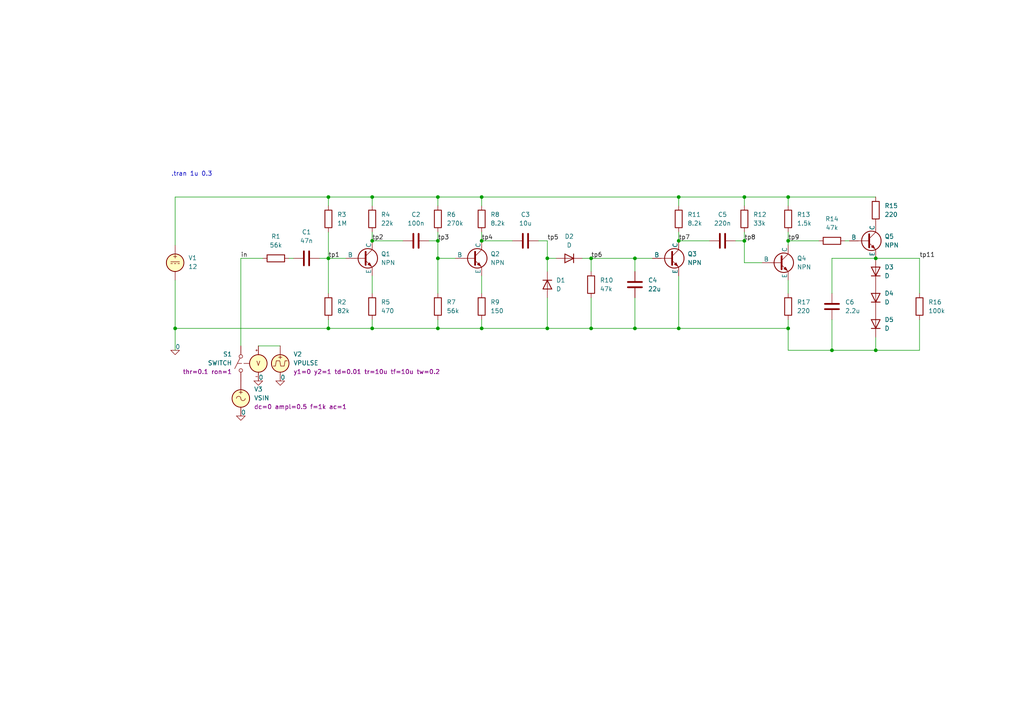
<source format=kicad_sch>
(kicad_sch (version 20250114) (generator "eeschema") (generator_version "9.0")
  (paper "A4")
  (lib_symbols
    (symbol "Device:C" (pin_numbers (hide yes)) (pin_names (offset 0.254))
      (property "Reference" "C" (at 0.635 2.54 0))
      (property "Value" "C" (at 0.635 -2.54 0))
      (symbol "C_0_1"
        (polyline (pts (xy -2.032 0.762) (xy 2.032 0.762)) (stroke (width 0.508)))
        (polyline (pts (xy -2.032 -0.762) (xy 2.032 -0.762)) (stroke (width 0.508)))
      )
      (symbol "C_1_1"
        (pin passive line (at 0 3.81 270) (length 2.794) (name "~") (number "1"))
        (pin passive line (at 0 -3.81 90) (length 2.794) (name "~") (number "2"))
      )
    )
    (symbol "Device:D" (pin_numbers (hide yes)) (pin_names (offset 1.016) (hide yes))
      (property "Reference" "D" (at 0 2.54 0))
      (property "Value" "D" (at 0 -2.54 0))
      (symbol "D_0_1"
        (polyline (pts (xy -1.27 1.27) (xy -1.27 -1.27)) (stroke (width 0.254)))
        (polyline (pts (xy 1.27 1.27) (xy 1.27 -1.27) (xy -1.27 0) (xy 1.27 1.27)) (stroke (width 0.254)))
        (polyline (pts (xy 1.27 0) (xy -1.27 0)))
      )
      (symbol "D_1_1"
        (pin passive line (at -3.81 0 0) (length 2.54) (name "K") (number "1"))
        (pin passive line (at 3.81 0 180) (length 2.54) (name "A") (number "2"))
      )
    )
    (symbol "Device:R" (pin_numbers (hide yes)) (pin_names (offset 0))
      (property "Reference" "R" (at 2.032 0 90))
      (property "Value" "R" (at 0 0 90))
      (symbol "R_0_1"
        (rectangle (start -1.016 -2.54) (end 1.016 2.54) (stroke (width 0.254)))
      )
      (symbol "R_1_1"
        (pin passive line (at 0 3.81 270) (length 1.27) (name "~") (number "1"))
        (pin passive line (at 0 -3.81 90) (length 1.27) (name "~") (number "2"))
      )
    )
    (symbol "Simulation_SPICE:0" (power) (pin_names (offset 0))
      (property "Value" "0" (at 0 -1.778 0))
      (symbol "0_0_1"
        (polyline (pts (xy -1.27 0) (xy 0 -1.27) (xy 1.27 0) (xy -1.27 0)))
      )
      (symbol "0_1_1"
        (pin power_in line (at 0 0 0) (length 0) (hide yes) (name "0") (number "1"))
      )
    )
    (symbol "Simulation_SPICE:NPN" (pin_numbers (hide yes)) (pin_names (offset 0))
      (property "Reference" "Q" (at -2.54 7.62 0))
      (property "Value" "NPN" (at -2.54 5.08 0))
      (symbol "NPN_0_1"
        (polyline (pts (xy -2.54 0) (xy 0.635 0)) (stroke (width 0.1524)))
        (polyline (pts (xy 0.635 1.905) (xy 0.635 -1.905) (xy 0.635 -1.905)) (stroke (width 0.508)))
        (polyline (pts (xy 0.635 0.635) (xy 2.54 2.54)))
        (polyline (pts (xy 0.635 -0.635) (xy 2.54 -2.54) (xy 2.54 -2.54)))
        (circle (center 1.27 0) (radius 2.8194) (stroke (width 0.254)))
        (polyline (pts (xy 1.27 -1.778) (xy 1.778 -1.27) (xy 2.286 -2.286) (xy 1.27 -1.778) (xy 1.27 -1.778)) (fill (type outline)))
        (polyline (pts (xy 2.794 -1.27) (xy 2.794 -1.27)) (stroke (width 0.1524)))
        (polyline (pts (xy 2.794 -1.27) (xy 2.794 -1.27)) (stroke (width 0.1524)))
      )
      (symbol "NPN_1_1"
        (pin input line (at -5.08 0 0) (length 2.54) (name "B") (number "2"))
        (pin open_collector line (at 2.54 5.08 270) (length 2.54) (name "C") (number "1"))
        (pin open_emitter line (at 2.54 -5.08 90) (length 2.54) (name "E") (number "3"))
      )
    )
    (symbol "Simulation_SPICE:SWITCH" (pin_numbers (hide yes)) (pin_names (offset 1.016) (hide yes))
      (property "Reference" "S" (at 2.54 2.54 0))
      (property "Value" "SWITCH" (at 2.54 0 0))
      (property "Sim.Params" "thr=0 ron=1" (at 2.54 -2.54 0))
      (symbol "SWITCH_0_1"
        (circle (center 0 2.032) (radius 0.508))
        (circle (center 0 -2.032) (radius 0.508))
        (polyline (pts (xy 0.254 1.524) (xy 1.778 -1.524)))
      )
      (symbol "SWITCH_1_1"
        (circle (center -5.08 0) (radius 2.54) (stroke (width 0.254)) (fill (type background)))
        (polyline (pts (xy -4.826 3.81) (xy -4.318 3.81)))
        (polyline (pts (xy -4.826 -3.81) (xy -4.318 -3.81)))
        (polyline (pts (xy -4.572 4.064) (xy -4.572 3.556)))
        (polyline (pts (xy -2.54 0) (xy 0.889 0)) (stroke (width 0) (type dash)))
        (text "V" (at -5.08 0 0) (effects (font (size 1.27 1.27))))
        (pin input line (at -5.08 5.08 270) (length 2.54) (name "C+") (number "3"))
        (pin input line (at -5.08 -5.08 90) (length 2.54) (name "C-") (number "4"))
        (pin passive line (at 0 5.08 270) (length 2.54) (name "N+") (number "1"))
        (pin passive line (at 0 -5.08 90) (length 2.54) (name "N-") (number "2"))
      )
    )
    (symbol "Simulation_SPICE:VDC" (pin_numbers (hide yes)) (pin_names (offset 0.0254))
      (property "Reference" "V" (at 2.54 2.54 0))
      (property "Value" "1" (at 2.54 0 0))
      (symbol "VDC_0_0"
        (polyline (pts (xy -1.27 0.254) (xy 1.27 0.254)))
        (polyline (pts (xy -0.762 -0.254) (xy -1.27 -0.254)))
        (polyline (pts (xy 0.254 -0.254) (xy -0.254 -0.254)))
        (polyline (pts (xy 1.27 -0.254) (xy 0.762 -0.254)))
        (text "+" (at 0 1.905 0) (effects (font (size 1.27 1.27))))
      )
      (symbol "VDC_0_1"
        (circle (center 0 0) (radius 2.54) (stroke (width 0.254)) (fill (type background)))
      )
      (symbol "VDC_1_1"
        (pin passive line (at 0 5.08 270) (length 2.54) (name "~") (number "1"))
        (pin passive line (at 0 -5.08 90) (length 2.54) (name "~") (number "2"))
      )
    )
    (symbol "Simulation_SPICE:VPULSE" (pin_numbers (hide yes)) (pin_names (offset 0.0254))
      (property "Reference" "V" (at 2.54 2.54 0))
      (property "Value" "VPULSE" (at 2.54 0 0))
      (property "Sim.Params" "y1=0 y2=1 td=2n tr=2n tf=2n tw=50n per=100n" (at 2.54 -2.54 0))
      (symbol "VPULSE_0_0"
        (polyline (pts (xy -2.032 -0.762) (xy -1.397 -0.762) (xy -1.143 0.762) (xy -0.127 0.762) (xy 0.127 -0.762) (xy 1.143 -0.762) (xy 1.397 0.762) (xy 2.032 0.762)))
        (text "+" (at 0 1.905 0) (effects (font (size 1.27 1.27))))
      )
      (symbol "VPULSE_0_1"
        (circle (center 0 0) (radius 2.54) (stroke (width 0.254)) (fill (type background)))
      )
      (symbol "VPULSE_1_1"
        (pin passive line (at 0 5.08 270) (length 2.54) (name "~") (number "1"))
        (pin passive line (at 0 -5.08 90) (length 2.54) (name "~") (number "2"))
      )
    )
    (symbol "Simulation_SPICE:VSIN" (pin_numbers (hide yes)) (pin_names (offset 0.0254))
      (property "Reference" "V" (at 2.54 2.54 0))
      (property "Value" "VSIN" (at 2.54 0 0))
      (property "Sim.Params" "dc=0 ampl=1 f=1k ac=1" (at 2.54 -2.54 0))
      (symbol "VSIN_0_0"
        (arc (start -1.27 0) (mid -0.635 0.6323) (end 0 0))
        (arc (start 1.27 0) (mid 0.635 -0.6323) (end 0 0))
        (text "+" (at 0 1.905 0) (effects (font (size 1.27 1.27))))
      )
      (symbol "VSIN_0_1"
        (circle (center 0 0) (radius 2.54) (stroke (width 0.254)) (fill (type background)))
      )
      (symbol "VSIN_1_1"
        (pin passive line (at 0 5.08 270) (length 2.54) (name "~") (number "1"))
        (pin passive line (at 0 -5.08 90) (length 2.54) (name "~") (number "2"))
      )
    )
  )
  (text ".tran 1u 0.3" (at 55.626 50.546 0) (effects (font (size 1.27 1.27))))
  (junction (at 254 101.6))
  (junction (at 127 95.25))
  (junction (at 196.85 95.25))
  (junction (at 184.15 95.25))
  (junction (at 241.3 101.6))
  (junction (at 158.75 74.93))
  (junction (at 127 69.85))
  (junction (at 228.6 57.15))
  (junction (at 228.6 69.85))
  (junction (at 171.45 95.25))
  (junction (at 215.9 57.15))
  (junction (at 228.6 95.25))
  (junction (at 139.7 69.85))
  (junction (at 127 74.93))
  (junction (at 107.95 57.15))
  (junction (at 171.45 74.93))
  (junction (at 50.8 95.25))
  (junction (at 95.25 57.15))
  (junction (at 139.7 95.25))
  (junction (at 196.85 57.15))
  (junction (at 107.95 95.25))
  (junction (at 95.25 74.93))
  (junction (at 107.95 69.85))
  (junction (at 184.15 74.93))
  (junction (at 95.25 95.25))
  (junction (at 127 57.15))
  (junction (at 139.7 57.15))
  (junction (at 158.75 95.25))
  (junction (at 254 74.93))
  (junction (at 196.85 69.85))
  (junction (at 215.9 69.85))
  (wire (pts (xy 158.75 74.93) (xy 158.75 78.74)))
  (wire (pts (xy 241.3 92.71) (xy 241.3 101.6)))
  (wire (pts (xy 50.8 57.15) (xy 95.25 57.15)))
  (wire (pts (xy 139.7 69.85) (xy 148.59 69.85)))
  (wire (pts (xy 124.46 69.85) (xy 127 69.85)))
  (wire (pts (xy 95.25 57.15) (xy 107.95 57.15)))
  (wire (pts (xy 266.7 101.6) (xy 254 101.6)))
  (wire (pts (xy 228.6 95.25) (xy 196.85 95.25)))
  (wire (pts (xy 228.6 69.85) (xy 237.49 69.85)))
  (wire (pts (xy 74.93 100.33) (xy 81.28 100.33)))
  (wire (pts (xy 95.25 74.93) (xy 100.33 74.93)))
  (wire (pts (xy 266.7 74.93) (xy 254 74.93)))
  (wire (pts (xy 254 97.79) (xy 254 101.6)))
  (wire (pts (xy 92.71 74.93) (xy 95.25 74.93)))
  (wire (pts (xy 139.7 92.71) (xy 139.7 95.25)))
  (wire (pts (xy 215.9 57.15) (xy 196.85 57.15)))
  (wire (pts (xy 184.15 74.93) (xy 171.45 74.93)))
  (wire (pts (xy 50.8 101.6) (xy 50.8 95.25)))
  (wire (pts (xy 196.85 67.31) (xy 196.85 69.85)))
  (wire (pts (xy 171.45 86.36) (xy 171.45 95.25)))
  (wire (pts (xy 228.6 101.6) (xy 228.6 95.25)))
  (wire (pts (xy 196.85 57.15) (xy 139.7 57.15)))
  (wire (pts (xy 184.15 78.74) (xy 184.15 74.93)))
  (wire (pts (xy 139.7 67.31) (xy 139.7 69.85)))
  (wire (pts (xy 107.95 80.01) (xy 107.95 85.09)))
  (wire (pts (xy 127 69.85) (xy 127 74.93)))
  (wire (pts (xy 95.25 95.25) (xy 95.25 92.71)))
  (wire (pts (xy 107.95 69.85) (xy 116.84 69.85)))
  (wire (pts (xy 69.85 74.93) (xy 76.2 74.93)))
  (wire (pts (xy 184.15 86.36) (xy 184.15 95.25)))
  (wire (pts (xy 50.8 95.25) (xy 95.25 95.25)))
  (wire (pts (xy 228.6 57.15) (xy 215.9 57.15)))
  (wire (pts (xy 158.75 95.25) (xy 139.7 95.25)))
  (wire (pts (xy 184.15 74.93) (xy 189.23 74.93)))
  (wire (pts (xy 196.85 95.25) (xy 184.15 95.25)))
  (wire (pts (xy 107.95 57.15) (xy 127 57.15)))
  (wire (pts (xy 171.45 95.25) (xy 158.75 95.25)))
  (wire (pts (xy 139.7 59.69) (xy 139.7 57.15)))
  (wire (pts (xy 184.15 95.25) (xy 171.45 95.25)))
  (wire (pts (xy 95.25 74.93) (xy 95.25 85.09)))
  (wire (pts (xy 107.95 95.25) (xy 95.25 95.25)))
  (wire (pts (xy 228.6 67.31) (xy 228.6 69.85)))
  (wire (pts (xy 215.9 69.85) (xy 213.36 69.85)))
  (wire (pts (xy 107.95 95.25) (xy 127 95.25)))
  (wire (pts (xy 220.98 76.2) (xy 215.9 76.2)))
  (wire (pts (xy 215.9 59.69) (xy 215.9 57.15)))
  (wire (pts (xy 132.08 74.93) (xy 127 74.93)))
  (wire (pts (xy 266.7 85.09) (xy 266.7 74.93)))
  (wire (pts (xy 95.25 67.31) (xy 95.25 74.93)))
  (wire (pts (xy 215.9 67.31) (xy 215.9 69.85)))
  (wire (pts (xy 228.6 57.15) (xy 254 57.15)))
  (wire (pts (xy 254 101.6) (xy 241.3 101.6)))
  (wire (pts (xy 171.45 78.74) (xy 171.45 74.93)))
  (wire (pts (xy 171.45 74.93) (xy 168.91 74.93)))
  (wire (pts (xy 69.85 74.93) (xy 69.85 100.33)))
  (wire (pts (xy 228.6 92.71) (xy 228.6 95.25)))
  (wire (pts (xy 127 67.31) (xy 127 69.85)))
  (wire (pts (xy 215.9 76.2) (xy 215.9 69.85)))
  (wire (pts (xy 196.85 69.85) (xy 205.74 69.85)))
  (wire (pts (xy 245.11 69.85) (xy 246.38 69.85)))
  (wire (pts (xy 107.95 57.15) (xy 107.95 59.69)))
  (wire (pts (xy 161.29 74.93) (xy 158.75 74.93)))
  (wire (pts (xy 228.6 59.69) (xy 228.6 57.15)))
  (wire (pts (xy 158.75 74.93) (xy 158.75 69.85)))
  (wire (pts (xy 95.25 59.69) (xy 95.25 57.15)))
  (wire (pts (xy 139.7 95.25) (xy 127 95.25)))
  (wire (pts (xy 196.85 59.69) (xy 196.85 57.15)))
  (wire (pts (xy 139.7 80.01) (xy 139.7 85.09)))
  (wire (pts (xy 266.7 92.71) (xy 266.7 101.6)))
  (wire (pts (xy 127 74.93) (xy 127 85.09)))
  (wire (pts (xy 139.7 57.15) (xy 127 57.15)))
  (wire (pts (xy 127 57.15) (xy 127 59.69)))
  (wire (pts (xy 50.8 71.12) (xy 50.8 57.15)))
  (wire (pts (xy 127 95.25) (xy 127 92.71)))
  (wire (pts (xy 228.6 81.28) (xy 228.6 85.09)))
  (wire (pts (xy 241.3 101.6) (xy 228.6 101.6)))
  (wire (pts (xy 228.6 69.85) (xy 228.6 71.12)))
  (wire (pts (xy 83.82 74.93) (xy 85.09 74.93)))
  (wire (pts (xy 158.75 86.36) (xy 158.75 95.25)))
  (wire (pts (xy 107.95 67.31) (xy 107.95 69.85)))
  (wire (pts (xy 241.3 74.93) (xy 241.3 85.09)))
  (wire (pts (xy 156.21 69.85) (xy 158.75 69.85)))
  (wire (pts (xy 50.8 95.25) (xy 50.8 81.28)))
  (wire (pts (xy 254 74.93) (xy 241.3 74.93)))
  (wire (pts (xy 196.85 80.01) (xy 196.85 95.25)))
  (wire (pts (xy 107.95 92.71) (xy 107.95 95.25)))
  (label "tp8" (at 215.9 69.85 0))
  (label "tp1" (at 95.25 74.93 0))
  (label "tp9" (at 228.6 69.85 0))
  (label "in" (at 69.85 74.93 0))
  (label "tp2" (at 107.95 69.85 0))
  (label "tp4" (at 139.7 69.85 0))
  (label "tp3" (at 127 69.85 0))
  (label "tp7" (at 196.85 69.85 0))
  (label "tp11" (at 266.7 74.93 0))
  (label "tp5" (at 158.75 69.85 0))
  (label "tp6" (at 171.45 74.93 0))
  (symbol (lib_id "Device:R") (at 95.25 88.9 0) (unit 1)
    (property "Reference" "R2" (at 97.79 87.6299 0) (effects (justify left)))
    (property "Value" "82k" (at 97.79 90.1699 0) (effects (justify left)))
    (property "Description" "Resistor" (effects (hide yes)))
  )
  (symbol (lib_id "Device:R") (at 171.45 82.55 0) (unit 1)
    (property "Reference" "R10" (at 173.99 81.2799 0) (effects (justify left)))
    (property "Value" "47k" (at 173.99 83.8199 0) (effects (justify left)))
    (property "Description" "Resistor" (effects (hide yes)))
  )
  (symbol (lib_id "Device:R") (at 107.95 63.5 0) (unit 1)
    (property "Reference" "R4" (at 110.49 62.2299 0) (effects (justify left)))
    (property "Value" "22k" (at 110.49 64.7699 0) (effects (justify left)))
    (property "Description" "Resistor" (effects (hide yes)))
  )
  (symbol (lib_id "Simulation_SPICE:0") (at 50.8 101.6 0) (unit 1)
    (property "Reference" "#GND01" (effects (hide yes)))
    (property "Value" "0" (at 51.562 100.584 0))
    (property "Datasheet" "https://ngspice.sourceforge.io/docs/ngspice-html-manual/manual.xhtml#subsec_Circuit_elements__device" (effects (hide yes)))
    (property "Description" "0V reference potential for simulation" (effects (hide yes)))
  )
  (symbol (lib_id "Device:R") (at 228.6 88.9 0) (unit 1)
    (property "Reference" "R17" (at 231.14 87.6299 0) (effects (justify left)))
    (property "Value" "220" (at 231.14 90.1699 0) (effects (justify left)))
    (property "Description" "Resistor" (effects (hide yes)))
  )
  (symbol (lib_id "Device:D") (at 165.1 74.93 180) (unit 1)
    (property "Reference" "D2" (at 165.1 68.58 0))
    (property "Value" "D" (at 165.1 71.12 0))
    (property "Description" "Diode" (effects (hide yes)))
    (property "Sim.Device" "D" (effects (hide yes)))
    (property "Sim.Pins" "1=K 2=A" (effects (hide yes)))
  )
  (symbol (lib_id "Simulation_SPICE:0") (at 74.93 110.49 0) (unit 1)
    (property "Reference" "#GND03" (effects (hide yes)))
    (property "Value" "0" (at 75.692 109.474 0))
    (property "Datasheet" "https://ngspice.sourceforge.io/docs/ngspice-html-manual/manual.xhtml#subsec_Circuit_elements__device" (effects (hide yes)))
    (property "Description" "0V reference potential for simulation" (effects (hide yes)))
  )
  (symbol (lib_id "Simulation_SPICE:NPN") (at 251.46 69.85 0) (unit 1)
    (property "Reference" "Q5" (at 256.54 68.5799 0) (effects (justify left)))
    (property "Value" "NPN" (at 256.54 71.1199 0) (effects (justify left)))
    (property "Datasheet" "https://ngspice.sourceforge.io/docs/ngspice-html-manual/manual.xhtml#cha_BJTs" (effects (hide yes)))
    (property "Description" "Bipolar transistor symbol for simulation only, substrate tied to the emitter" (effects (hide yes)))
    (property "Sim.Device" "NPN" (effects (hide yes)))
    (property "Sim.Type" "GUMMELPOON" (effects (hide yes)))
    (property "Sim.Pins" "1=C 2=B 3=E" (effects (hide yes)))
  )
  (symbol (lib_id "Device:R") (at 254 60.96 0) (unit 1)
    (property "Reference" "R15" (at 256.54 59.6899 0) (effects (justify left)))
    (property "Value" "220" (at 256.54 62.2299 0) (effects (justify left)))
    (property "Description" "Resistor" (effects (hide yes)))
  )
  (symbol (lib_id "Device:R") (at 127 63.5 0) (unit 1)
    (property "Reference" "R6" (at 129.54 62.2299 0) (effects (justify left)))
    (property "Value" "270k" (at 129.54 64.7699 0) (effects (justify left)))
    (property "Description" "Resistor" (effects (hide yes)))
  )
  (symbol (lib_id "Simulation_SPICE:VDC") (at 50.8 76.2 0) (unit 1)
    (property "Reference" "V1" (at 54.61 74.8001 0) (effects (justify left)))
    (property "Value" "12" (at 54.61 77.3401 0) (effects (justify left)))
    (property "Datasheet" "https://ngspice.sourceforge.io/docs/ngspice-html-manual/manual.xhtml#sec_Independent_Sources_for" (effects (hide yes)))
    (property "Description" "Voltage source, DC" (effects (hide yes)))
    (property "Sim.Pins" "1=+ 2=-" (effects (hide yes)))
    (property "Sim.Type" "DC" (effects (hide yes)))
    (property "Sim.Device" "V" (effects (hide yes)))
  )
  (symbol (lib_id "Simulation_SPICE:NPN") (at 226.06 76.2 0) (unit 1)
    (property "Reference" "Q4" (at 231.14 74.9299 0) (effects (justify left)))
    (property "Value" "NPN" (at 231.14 77.4699 0) (effects (justify left)))
    (property "Datasheet" "https://ngspice.sourceforge.io/docs/ngspice-html-manual/manual.xhtml#cha_BJTs" (effects (hide yes)))
    (property "Description" "Bipolar transistor symbol for simulation only, substrate tied to the emitter" (effects (hide yes)))
    (property "Sim.Device" "NPN" (effects (hide yes)))
    (property "Sim.Type" "GUMMELPOON" (effects (hide yes)))
    (property "Sim.Pins" "1=C 2=B 3=E" (effects (hide yes)))
  )
  (symbol (lib_id "Device:R") (at 127 88.9 0) (unit 1)
    (property "Reference" "R7" (at 129.54 87.6299 0) (effects (justify left)))
    (property "Value" "56k" (at 129.54 90.1699 0) (effects (justify left)))
    (property "Description" "Resistor" (effects (hide yes)))
  )
  (symbol (lib_id "Device:R") (at 196.85 63.5 0) (unit 1)
    (property "Reference" "R11" (at 199.39 62.2299 0) (effects (justify left)))
    (property "Value" "8.2k" (at 199.39 64.7699 0) (effects (justify left)))
    (property "Description" "Resistor" (effects (hide yes)))
  )
  (symbol (lib_id "Device:C") (at 120.65 69.85 90) (unit 1)
    (property "Reference" "C2" (at 120.65 62.23 90))
    (property "Value" "100n" (at 120.65 64.77 90))
    (property "Description" "Unpolarized capacitor" (effects (hide yes)))
  )
  (symbol (lib_id "Device:R") (at 80.01 74.93 90) (unit 1)
    (property "Reference" "R1" (at 80.01 68.58 90))
    (property "Value" "56k" (at 80.01 71.12 90))
    (property "Description" "Resistor" (effects (hide yes)))
  )
  (symbol (lib_id "Device:C") (at 184.15 82.55 0) (unit 1)
    (property "Reference" "C4" (at 187.96 81.2799 0) (effects (justify left)))
    (property "Value" "22u" (at 187.96 83.8199 0) (effects (justify left)))
    (property "Description" "Unpolarized capacitor" (effects (hide yes)))
  )
  (symbol (lib_id "Device:D") (at 254 78.74 90) (unit 1)
    (property "Reference" "D3" (at 256.54 77.4699 90) (effects (justify right)))
    (property "Value" "D" (at 256.54 80.0099 90) (effects (justify right)))
    (property "Description" "Diode" (effects (hide yes)))
    (property "Sim.Device" "D" (effects (hide yes)))
    (property "Sim.Pins" "1=K 2=A" (effects (hide yes)))
  )
  (symbol (lib_id "Device:C") (at 152.4 69.85 90) (unit 1)
    (property "Reference" "C3" (at 152.4 62.23 90))
    (property "Value" "10u" (at 152.4 64.77 90))
    (property "Description" "Unpolarized capacitor" (effects (hide yes)))
  )
  (symbol (lib_id "Simulation_SPICE:NPN") (at 105.41 74.93 0) (unit 1)
    (property "Reference" "Q1" (at 110.49 73.6599 0) (effects (justify left)))
    (property "Value" "NPN" (at 110.49 76.1999 0) (effects (justify left)))
    (property "Datasheet" "https://ngspice.sourceforge.io/docs/ngspice-html-manual/manual.xhtml#cha_BJTs" (effects (hide yes)))
    (property "Description" "Bipolar transistor symbol for simulation only, substrate tied to the emitter" (effects (hide yes)))
    (property "Sim.Device" "NPN" (effects (hide yes)))
    (property "Sim.Type" "GUMMELPOON" (effects (hide yes)))
    (property "Sim.Pins" "1=C 2=B 3=E" (effects (hide yes)))
  )
  (symbol (lib_id "Device:R") (at 139.7 63.5 0) (unit 1)
    (property "Reference" "R8" (at 142.24 62.2299 0) (effects (justify left)))
    (property "Value" "8.2k" (at 142.24 64.7699 0) (effects (justify left)))
    (property "Description" "Resistor" (effects (hide yes)))
  )
  (symbol (lib_id "Simulation_SPICE:0") (at 81.28 110.49 0) (unit 1)
    (property "Reference" "#GND04" (effects (hide yes)))
    (property "Value" "0" (at 82.042 109.474 0))
    (property "Datasheet" "https://ngspice.sourceforge.io/docs/ngspice-html-manual/manual.xhtml#subsec_Circuit_elements__device" (effects (hide yes)))
    (property "Description" "0V reference potential for simulation" (effects (hide yes)))
  )
  (symbol (lib_id "Device:C") (at 88.9 74.93 90) (unit 1)
    (property "Reference" "C1" (at 88.9 67.31 90))
    (property "Value" "47n" (at 88.9 69.85 90))
    (property "Description" "Unpolarized capacitor" (effects (hide yes)))
  )
  (symbol (lib_id "Device:R") (at 228.6 63.5 0) (unit 1)
    (property "Reference" "R13" (at 231.14 62.2299 0) (effects (justify left)))
    (property "Value" "1.5k" (at 231.14 64.7699 0) (effects (justify left)))
    (property "Description" "Resistor" (effects (hide yes)))
  )
  (symbol (lib_id "Simulation_SPICE:VSIN") (at 69.85 115.57 0) (unit 1)
    (property "Reference" "V3" (at 73.66 112.9001 0) (effects (justify left)))
    (property "Value" "VSIN" (at 73.66 115.4401 0) (effects (justify left)))
    (property "Datasheet" "https://ngspice.sourceforge.io/docs/ngspice-html-manual/manual.xhtml#sec_Independent_Sources_for" (effects (hide yes)))
    (property "Description" "Voltage source, sinusoidal" (effects (hide yes)))
    (property "Sim.Pins" "1=+ 2=-" (effects (hide yes)))
    (property "Sim.Params" "dc=0 ampl=0.5 f=1k ac=1" (at 73.66 117.9801 0) (effects (justify left)))
    (property "Sim.Type" "SIN" (effects (hide yes)))
    (property "Sim.Device" "V" (effects (hide yes)))
  )
  (symbol (lib_id "Device:C") (at 209.55 69.85 90) (unit 1)
    (property "Reference" "C5" (at 209.55 62.23 90))
    (property "Value" "220n" (at 209.55 64.77 90))
    (property "Description" "Unpolarized capacitor" (effects (hide yes)))
  )
  (symbol (lib_id "Simulation_SPICE:NPN") (at 137.16 74.93 0) (unit 1)
    (property "Reference" "Q2" (at 142.24 73.6599 0) (effects (justify left)))
    (property "Value" "NPN" (at 142.24 76.1999 0) (effects (justify left)))
    (property "Datasheet" "https://ngspice.sourceforge.io/docs/ngspice-html-manual/manual.xhtml#cha_BJTs" (effects (hide yes)))
    (property "Description" "Bipolar transistor symbol for simulation only, substrate tied to the emitter" (effects (hide yes)))
    (property "Sim.Device" "NPN" (effects (hide yes)))
    (property "Sim.Type" "GUMMELPOON" (effects (hide yes)))
    (property "Sim.Pins" "1=C 2=B 3=E" (effects (hide yes)))
  )
  (symbol (lib_id "Simulation_SPICE:VPULSE") (at 81.28 105.41 0) (unit 1)
    (property "Reference" "V2" (at 85.09 102.7401 0) (effects (justify left)))
    (property "Value" "VPULSE" (at 85.09 105.2801 0) (effects (justify left)))
    (property "Datasheet" "https://ngspice.sourceforge.io/docs/ngspice-html-manual/manual.xhtml#sec_Independent_Sources_for" (effects (hide yes)))
    (property "Description" "Voltage source, pulse" (effects (hide yes)))
    (property "Sim.Pins" "1=+ 2=-" (effects (hide yes)))
    (property "Sim.Type" "PULSE" (effects (hide yes)))
    (property "Sim.Device" "V" (effects (hide yes)))
    (property "Sim.Params" "y1=0 y2=1 td=0.01 tr=10u tf=10u tw=0.2" (at 85.09 107.8201 0) (effects (justify left)))
  )
  (symbol (lib_id "Device:R") (at 107.95 88.9 0) (unit 1)
    (property "Reference" "R5" (at 110.49 87.6299 0) (effects (justify left)))
    (property "Value" "470" (at 110.49 90.1699 0) (effects (justify left)))
    (property "Description" "Resistor" (effects (hide yes)))
  )
  (symbol (lib_id "Device:R") (at 139.7 88.9 0) (unit 1)
    (property "Reference" "R9" (at 142.24 87.6299 0) (effects (justify left)))
    (property "Value" "150" (at 142.24 90.1699 0) (effects (justify left)))
    (property "Description" "Resistor" (effects (hide yes)))
  )
  (symbol (lib_id "Simulation_SPICE:SWITCH") (at 69.85 105.41 0) (mirror y) (unit 1)
    (property "Reference" "S1" (at 67.31 102.7429 0) (effects (justify left)))
    (property "Value" "SWITCH" (at 67.31 105.2829 0) (effects (justify left)))
    (property "Datasheet" "https://ngspice.sourceforge.io/docs/ngspice-html-manual/manual.xhtml#subsec_Switches" (effects (hide yes)))
    (property "Description" "Voltage controlled switch symbol for simulation only" (effects (hide yes)))
    (property "Sim.Device" "SW" (effects (hide yes)))
    (property "Sim.Type" "V" (effects (hide yes)))
    (property "Sim.Params" "thr=0.1 ron=1" (at 67.31 107.8229 0) (effects (justify left)))
    (property "Sim.Pins" "1=no+ 2=no- 3=ctrl+ 4=ctrl-" (effects (hide yes)))
  )
  (symbol (lib_id "Device:D") (at 254 86.36 90) (unit 1)
    (property "Reference" "D4" (at 256.54 85.0899 90) (effects (justify right)))
    (property "Value" "D" (at 256.54 87.6299 90) (effects (justify right)))
    (property "Description" "Diode" (effects (hide yes)))
    (property "Sim.Device" "D" (effects (hide yes)))
    (property "Sim.Pins" "1=K 2=A" (effects (hide yes)))
  )
  (symbol (lib_id "Device:R") (at 215.9 63.5 0) (unit 1)
    (property "Reference" "R12" (at 218.44 62.2299 0) (effects (justify left)))
    (property "Value" "33k" (at 218.44 64.7699 0) (effects (justify left)))
    (property "Description" "Resistor" (effects (hide yes)))
  )
  (symbol (lib_id "Device:D") (at 254 93.98 90) (unit 1)
    (property "Reference" "D5" (at 256.54 92.7099 90) (effects (justify right)))
    (property "Value" "D" (at 256.54 95.2499 90) (effects (justify right)))
    (property "Description" "Diode" (effects (hide yes)))
    (property "Sim.Device" "D" (effects (hide yes)))
    (property "Sim.Pins" "1=K 2=A" (effects (hide yes)))
  )
  (symbol (lib_id "Device:R") (at 95.25 63.5 0) (unit 1)
    (property "Reference" "R3" (at 97.79 62.2299 0) (effects (justify left)))
    (property "Value" "1M" (at 97.79 64.7699 0) (effects (justify left)))
    (property "Description" "Resistor" (effects (hide yes)))
  )
  (symbol (lib_id "Device:D") (at 158.75 82.55 270) (unit 1)
    (property "Reference" "D1" (at 161.29 81.2799 90) (effects (justify left)))
    (property "Value" "D" (at 161.29 83.8199 90) (effects (justify left)))
    (property "Description" "Diode" (effects (hide yes)))
    (property "Sim.Device" "D" (effects (hide yes)))
    (property "Sim.Pins" "1=K 2=A" (effects (hide yes)))
  )
  (symbol (lib_id "Simulation_SPICE:0") (at 69.85 120.65 0) (unit 1)
    (property "Reference" "#GND02" (effects (hide yes)))
    (property "Value" "0" (at 70.612 119.634 0))
    (property "Datasheet" "https://ngspice.sourceforge.io/docs/ngspice-html-manual/manual.xhtml#subsec_Circuit_elements__device" (effects (hide yes)))
    (property "Description" "0V reference potential for simulation" (effects (hide yes)))
  )
  (symbol (lib_id "Device:R") (at 266.7 88.9 0) (unit 1)
    (property "Reference" "R16" (at 269.24 87.6299 0) (effects (justify left)))
    (property "Value" "100k" (at 269.24 90.1699 0) (effects (justify left)))
    (property "Description" "Resistor" (effects (hide yes)))
  )
  (symbol (lib_id "Device:R") (at 241.3 69.85 90) (unit 1)
    (property "Reference" "R14" (at 241.3 63.5 90))
    (property "Value" "47k" (at 241.3 66.04 90))
    (property "Description" "Resistor" (effects (hide yes)))
  )
  (symbol (lib_id "Simulation_SPICE:NPN") (at 194.31 74.93 0) (unit 1)
    (property "Reference" "Q3" (at 199.39 73.6599 0) (effects (justify left)))
    (property "Value" "NPN" (at 199.39 76.1999 0) (effects (justify left)))
    (property "Datasheet" "https://ngspice.sourceforge.io/docs/ngspice-html-manual/manual.xhtml#cha_BJTs" (effects (hide yes)))
    (property "Description" "Bipolar transistor symbol for simulation only, substrate tied to the emitter" (effects (hide yes)))
    (property "Sim.Device" "NPN" (effects (hide yes)))
    (property "Sim.Type" "GUMMELPOON" (effects (hide yes)))
    (property "Sim.Pins" "1=C 2=B 3=E" (effects (hide yes)))
  )
  (symbol (lib_id "Device:C") (at 241.3 88.9 0) (unit 1)
    (property "Reference" "C6" (at 245.11 87.6299 0) (effects (justify left)))
    (property "Value" "2.2u" (at 245.11 90.1699 0) (effects (justify left)))
    (property "Description" "Unpolarized capacitor" (effects (hide yes)))
  )
)
</source>
